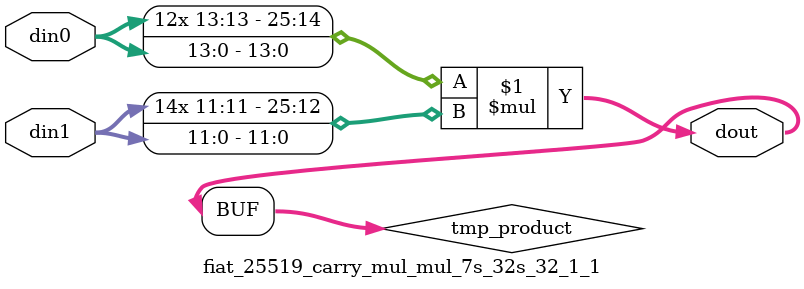
<source format=v>

`timescale 1 ns / 1 ps

  module fiat_25519_carry_mul_mul_7s_32s_32_1_1(din0, din1, dout);
parameter ID = 1;
parameter NUM_STAGE = 0;
parameter din0_WIDTH = 14;
parameter din1_WIDTH = 12;
parameter dout_WIDTH = 26;

input [din0_WIDTH - 1 : 0] din0; 
input [din1_WIDTH - 1 : 0] din1; 
output [dout_WIDTH - 1 : 0] dout;

wire signed [dout_WIDTH - 1 : 0] tmp_product;













assign tmp_product = $signed(din0) * $signed(din1);








assign dout = tmp_product;







endmodule

</source>
